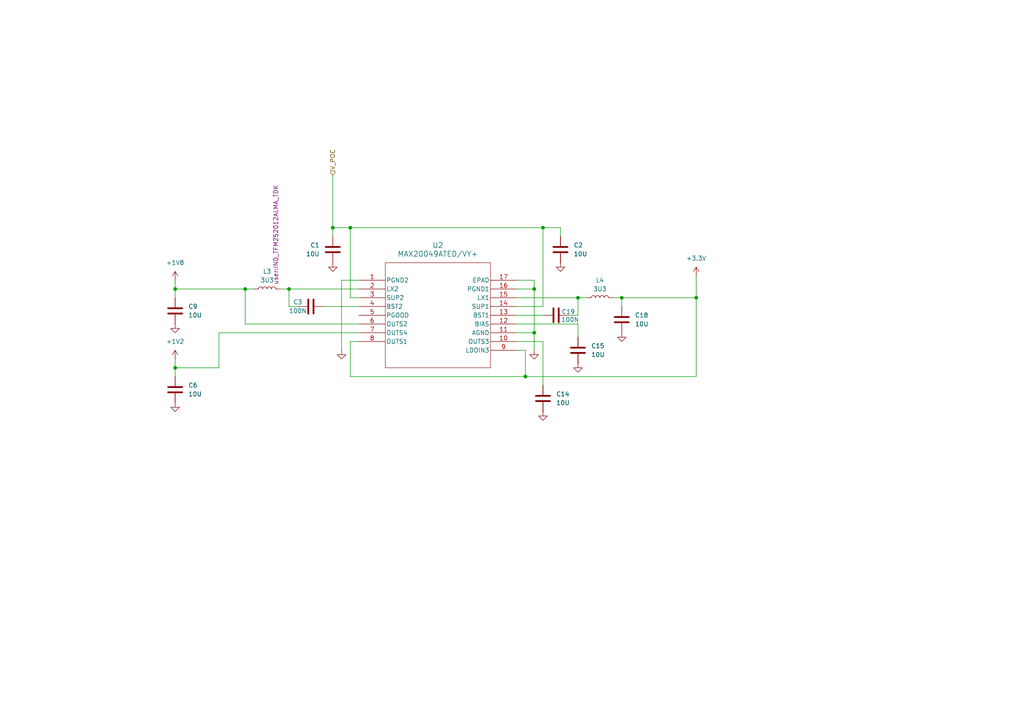
<source format=kicad_sch>
(kicad_sch (version 20231120) (generator "eeschema") (generator_version "8.0")
  (paper "A4")
  (lib_symbols
    (symbol "Device:C" (pin_numbers hide) (pin_names (offset 0.254))
      (property "Reference" "C" (at 0.635 2.54 0))
      (property "Value" "C" (at 0.635 -2.54 0))
      (symbol "C_0_1"
        (polyline (pts (xy -2.032 -0.762) (xy 2.032 -0.762)) (stroke (width 0.508)))
        (polyline (pts (xy -2.032 0.762) (xy 2.032 0.762)) (stroke (width 0.508)))
      )
      (symbol "C_1_1"
        (pin passive line (at 0 3.81 270) (length 2.794) (name "~") (number "1"))
        (pin passive line (at 0 -3.81 90) (length 2.794) (name "~") (number "2"))
      )
    )
    (symbol "power:+1V2" (power) (pin_numbers hide) (pin_names (offset 0) hide)
      (property "Value" "+1V2" (at 0 3.556 0))
      (symbol "+1V2_0_1"
        (polyline (pts (xy -0.762 1.27) (xy 0 2.54)))
        (polyline (pts (xy 0 0) (xy 0 2.54)))
        (polyline (pts (xy 0 2.54) (xy 0.762 1.27)))
      )
      (symbol "+1V2_1_1"
        (pin power_in line (at 0 0 90) (length 0) (name "~") (number "1"))
      )
    )
    (symbol "power:+1V8" (power) (pin_numbers hide) (pin_names (offset 0) hide)
      (property "Value" "+1V8" (at 0 3.556 0))
      (symbol "+1V8_0_1"
        (polyline (pts (xy -0.762 1.27) (xy 0 2.54)))
        (polyline (pts (xy 0 0) (xy 0 2.54)))
        (polyline (pts (xy 0 2.54) (xy 0.762 1.27)))
      )
      (symbol "+1V8_1_1"
        (pin power_in line (at 0 0 90) (length 0) (name "~") (number "1"))
      )
    )
    (symbol "power:+3.3V" (power) (pin_numbers hide) (pin_names (offset 0) hide)
      (property "Value" "+3.3V" (at 0 3.556 0))
      (symbol "+3.3V_0_1"
        (polyline (pts (xy -0.762 1.27) (xy 0 2.54)))
        (polyline (pts (xy 0 0) (xy 0 2.54)))
        (polyline (pts (xy 0 2.54) (xy 0.762 1.27)))
      )
      (symbol "+3.3V_1_1"
        (pin power_in line (at 0 0 90) (length 0) (name "~") (number "1"))
      )
    )
    (symbol "power:GND" (power) (pin_numbers hide) (pin_names (offset 0) hide)
      (property "Value" "GND" (at 0 -3.81 0))
      (symbol "GND_0_1"
        (polyline (pts (xy 0 0) (xy 0 -1.27) (xy 1.27 -1.27) (xy 0 -2.54) (xy -1.27 -1.27) (xy 0 -1.27)))
      )
      (symbol "GND_1_1"
        (pin power_in line (at 0 0 270) (length 0) (name "~") (number "1"))
      )
    )
    (symbol "user:MAX20049ATED_VY+" (pin_names (offset 0.254))
      (property "Reference" "U" (at 22.86 10.16 0))
      (property "Value" "MAX20049ATED/VY+" (at 22.86 7.62 0))
      (symbol "MAX20049ATED_VY+_0_1"
        (polyline (pts (xy 7.62 -25.4) (xy 38.1 -25.4)) (stroke (width 0.127)))
        (polyline (pts (xy 7.62 5.08) (xy 7.62 -25.4)) (stroke (width 0.127)))
        (polyline (pts (xy 38.1 -25.4) (xy 38.1 5.08)) (stroke (width 0.127)))
        (polyline (pts (xy 38.1 5.08) (xy 7.62 5.08)) (stroke (width 0.127)))
        (pin power_in line (at 0 0 0) (length 7.62) (name "PGND2") (number "1"))
        (pin output line (at 45.72 -17.78 180) (length 7.62) (name "OUTS3") (number "10"))
        (pin power_in line (at 45.72 -15.24 180) (length 7.62) (name "AGND") (number "11"))
        (pin output line (at 45.72 -12.7 180) (length 7.62) (name "BIAS") (number "12"))
        (pin unspecified line (at 45.72 -10.16 180) (length 7.62) (name "BST1") (number "13"))
        (pin input line (at 45.72 -7.62 180) (length 7.62) (name "SUP1") (number "14"))
        (pin unspecified line (at 45.72 -5.08 180) (length 7.62) (name "LX1") (number "15"))
        (pin power_in line (at 45.72 -2.54 180) (length 7.62) (name "PGND1") (number "16"))
        (pin unspecified line (at 45.72 0 180) (length 7.62) (name "EPAD") (number "17"))
        (pin unspecified line (at 0 -2.54 0) (length 7.62) (name "LX2") (number "2"))
        (pin input line (at 0 -5.08 0) (length 7.62) (name "SUP2") (number "3"))
        (pin unspecified line (at 0 -7.62 0) (length 7.62) (name "BST2") (number "4"))
        (pin unspecified line (at 0 -10.16 0) (length 7.62) (name "PGOOD") (number "5"))
        (pin output line (at 0 -12.7 0) (length 7.62) (name "OUTS2") (number "6"))
        (pin output line (at 0 -15.24 0) (length 7.62) (name "OUTS4") (number "7"))
        (pin output line (at 0 -17.78 0) (length 7.62) (name "OUTS1") (number "8"))
        (pin input line (at 45.72 -20.32 180) (length 7.62) (name "LDOIN3") (number "9"))
      )
    )
    (symbol "user:TFM252012ALMA3R3MTAA" (pin_numbers hide) (pin_names (offset 1.016) hide)
      (property "Reference" "L" (at -1.27 0 90))
      (property "Value" "3U3" (at 1.905 0 90))
      (property "Footprint" "user:IND_TFM252012ALMA_TDK" (at 0 0 0))
      (symbol "TFM252012ALMA3R3MTAA_0_1"
        (arc (start 0 -2.54) (mid 0.6323 -1.905) (end 0 -1.27))
        (arc (start 0 -1.27) (mid 0.6323 -0.635) (end 0 0))
        (arc (start 0 0) (mid 0.6323 0.635) (end 0 1.27))
        (arc (start 0 1.27) (mid 0.6323 1.905) (end 0 2.54))
      )
      (symbol "TFM252012ALMA3R3MTAA_1_1"
        (pin passive line (at 0 3.81 270) (length 1.27) (name "1") (number "1"))
        (pin passive line (at 0 -3.81 90) (length 1.27) (name "2") (number "2"))
      )
    )
  )
  (junction (at 201.93 86.36))
  (junction (at 96.52 66.04))
  (junction (at 167.64 86.36))
  (junction (at 50.8 106.68))
  (junction (at 50.8 83.82))
  (junction (at 152.4 109.22))
  (junction (at 71.12 83.82))
  (junction (at 157.48 66.04))
  (junction (at 154.94 83.82))
  (junction (at 83.82 83.82))
  (junction (at 101.6 66.04))
  (junction (at 154.94 96.52))
  (junction (at 180.34 86.36))
  (wire (pts (xy 83.82 83.82) (xy 83.82 88.9)))
  (wire (pts (xy 50.8 83.82) (xy 71.12 83.82)))
  (wire (pts (xy 96.52 66.04) (xy 101.6 66.04)))
  (wire (pts (xy 101.6 86.36) (xy 104.14 86.36)))
  (wire (pts (xy 154.94 81.28) (xy 154.94 83.82)))
  (wire (pts (xy 63.5 106.68) (xy 50.8 106.68)))
  (wire (pts (xy 167.64 86.36) (xy 149.86 86.36)))
  (wire (pts (xy 177.8 86.36) (xy 180.34 86.36)))
  (wire (pts (xy 71.12 93.98) (xy 104.14 93.98)))
  (wire (pts (xy 63.5 106.68) (xy 63.5 96.52)))
  (wire (pts (xy 152.4 101.6) (xy 152.4 109.22)))
  (wire (pts (xy 50.8 104.14) (xy 50.8 106.68)))
  (wire (pts (xy 157.48 99.06) (xy 149.86 99.06)))
  (wire (pts (xy 162.56 68.58) (xy 162.56 66.04)))
  (wire (pts (xy 50.8 83.82) (xy 50.8 86.36)))
  (wire (pts (xy 83.82 83.82) (xy 104.14 83.82)))
  (wire (pts (xy 63.5 96.52) (xy 104.14 96.52)))
  (wire (pts (xy 152.4 109.22) (xy 201.93 109.22)))
  (wire (pts (xy 73.66 83.82) (xy 71.12 83.82)))
  (wire (pts (xy 154.94 83.82) (xy 154.94 96.52)))
  (wire (pts (xy 157.48 66.04) (xy 162.56 66.04)))
  (wire (pts (xy 96.52 50.8) (xy 96.52 66.04)))
  (wire (pts (xy 201.93 80.01) (xy 201.93 86.36)))
  (wire (pts (xy 149.86 101.6) (xy 152.4 101.6)))
  (wire (pts (xy 154.94 96.52) (xy 154.94 101.6)))
  (wire (pts (xy 101.6 66.04) (xy 157.48 66.04)))
  (wire (pts (xy 149.86 96.52) (xy 154.94 96.52)))
  (wire (pts (xy 149.86 91.44) (xy 157.48 91.44)))
  (wire (pts (xy 201.93 86.36) (xy 201.93 109.22)))
  (wire (pts (xy 157.48 66.04) (xy 157.48 88.9)))
  (wire (pts (xy 149.86 88.9) (xy 157.48 88.9)))
  (wire (pts (xy 93.98 88.9) (xy 104.14 88.9)))
  (wire (pts (xy 104.14 99.06) (xy 101.6 99.06)))
  (wire (pts (xy 101.6 66.04) (xy 101.6 86.36)))
  (wire (pts (xy 99.06 81.28) (xy 99.06 101.6)))
  (wire (pts (xy 149.86 93.98) (xy 167.64 93.98)))
  (wire (pts (xy 71.12 83.82) (xy 71.12 93.98)))
  (wire (pts (xy 167.64 86.36) (xy 170.18 86.36)))
  (wire (pts (xy 180.34 86.36) (xy 180.34 88.9)))
  (wire (pts (xy 101.6 109.22) (xy 152.4 109.22)))
  (wire (pts (xy 50.8 106.68) (xy 50.8 109.22)))
  (wire (pts (xy 81.28 83.82) (xy 83.82 83.82)))
  (wire (pts (xy 50.8 81.28) (xy 50.8 83.82)))
  (wire (pts (xy 149.86 81.28) (xy 154.94 81.28)))
  (wire (pts (xy 104.14 81.28) (xy 99.06 81.28)))
  (wire (pts (xy 149.86 83.82) (xy 154.94 83.82)))
  (wire (pts (xy 165.1 91.44) (xy 167.64 91.44)))
  (wire (pts (xy 167.64 91.44) (xy 167.64 86.36)))
  (wire (pts (xy 101.6 99.06) (xy 101.6 109.22)))
  (wire (pts (xy 157.48 111.76) (xy 157.48 99.06)))
  (wire (pts (xy 83.82 88.9) (xy 86.36 88.9)))
  (wire (pts (xy 96.52 66.04) (xy 96.52 68.58)))
  (wire (pts (xy 167.64 93.98) (xy 167.64 97.79)))
  (wire (pts (xy 180.34 86.36) (xy 201.93 86.36)))
  (hierarchical_label "V_POC" (shape input) (at 96.52 50.8 90))
  (symbol (lib_id "power:+1V8") (at 50.8 81.28 0) (unit 1)
    (property "Reference" "#PWR025" (effects (hide yes)))
    (property "Value" "+1V8" (at 50.8 76.2 0))
    (property "Description" "Power symbol creates a global label with name \"+1V8\"" (effects (hide yes)))
  )
  (symbol (lib_id "user:TFM252012ALMA3R3MTAA") (at 173.99 86.36 90) (unit 1)
    (property "Reference" "L4" (at 173.99 81.28 90))
    (property "Value" "3U3" (at 173.99 83.82 90))
    (property "Footprint" "user:IND_TFM252012ALMA_TDK" (effects (hide yes)))
    (property "Description" "Inductor" (effects (hide yes)))
  )
  (symbol (lib_id "user:TFM252012ALMA3R3MTAA") (at 77.47 83.82 90) (unit 1)
    (property "Reference" "L3" (at 77.47 78.74 90))
    (property "Value" "3U3" (at 77.47 81.28 90))
    (property "Footprint" "user:IND_TFM252012ALMA_TDK" (at 80.0099 82.55 0) (effects (justify left)))
    (property "Description" "Inductor" (effects (hide yes)))
  )
  (symbol (lib_id "power:GND") (at 154.94 101.6 0) (unit 1)
    (property "Reference" "#PWR037" (effects (hide yes)))
    (property "Value" "GND" (effects (hide yes)))
    (property "Description" "Power symbol creates a global label with name \"GND\" , ground" (effects (hide yes)))
  )
  (symbol (lib_id "power:GND") (at 96.52 76.2 0) (unit 1)
    (property "Reference" "#PWR07" (effects (hide yes)))
    (property "Value" "GND" (effects (hide yes)))
    (property "Description" "Power symbol creates a global label with name \"GND\" , ground" (effects (hide yes)))
  )
  (symbol (lib_id "Device:C") (at 162.56 72.39 0) (unit 1)
    (property "Reference" "C2" (at 166.37 71.1199 0) (effects (justify left)))
    (property "Value" "10U" (at 166.37 73.6599 0) (effects (justify left)))
    (property "Footprint" "Capacitor_SMD:C_0603_1608Metric" (effects (hide yes)))
    (property "Description" "Unpolarized capacitor" (effects (hide yes)))
  )
  (symbol (lib_id "power:GND") (at 157.48 119.38 0) (unit 1)
    (property "Reference" "#PWR040" (effects (hide yes)))
    (property "Value" "GND" (effects (hide yes)))
    (property "Description" "Power symbol creates a global label with name \"GND\" , ground" (effects (hide yes)))
  )
  (symbol (lib_id "power:GND") (at 50.8 116.84 0) (unit 1)
    (property "Reference" "#PWR016" (effects (hide yes)))
    (property "Value" "GND" (effects (hide yes)))
    (property "Description" "Power symbol creates a global label with name \"GND\" , ground" (effects (hide yes)))
  )
  (symbol (lib_id "power:GND") (at 180.34 96.52 0) (unit 1)
    (property "Reference" "#PWR042" (effects (hide yes)))
    (property "Value" "GND" (effects (hide yes)))
    (property "Description" "Power symbol creates a global label with name \"GND\" , ground" (effects (hide yes)))
  )
  (symbol (lib_id "user:MAX20049ATED_VY+") (at 104.14 81.28 0) (unit 1)
    (property "Reference" "U2" (at 127 71.12 0) (effects (font (size 1.524 1.524))))
    (property "Value" "MAX20049ATED/VY+" (at 127 73.66 0) (effects (font (size 1.524 1.524))))
    (property "Footprint" "user:21-100150D_T1633Y&plus_5C_MXM" (effects (hide yes)))
    (property "Datasheet" "MAX20049ATED/VY+" (effects (hide yes)))
  )
  (symbol (lib_id "Device:C") (at 167.64 101.6 0) (unit 1)
    (property "Reference" "C15" (at 171.45 100.3299 0) (effects (justify left)))
    (property "Value" "10U" (at 171.45 102.8699 0) (effects (justify left)))
    (property "Footprint" "Capacitor_SMD:C_0603_1608Metric" (effects (hide yes)))
    (property "Description" "Unpolarized capacitor" (effects (hide yes)))
  )
  (symbol (lib_id "Device:C") (at 157.48 115.57 0) (unit 1)
    (property "Reference" "C14" (at 161.29 114.2999 0) (effects (justify left)))
    (property "Value" "10U" (at 161.29 116.8399 0) (effects (justify left)))
    (property "Footprint" "Capacitor_SMD:C_0603_1608Metric" (effects (hide yes)))
    (property "Description" "Unpolarized capacitor" (effects (hide yes)))
  )
  (symbol (lib_id "power:+1V2") (at 50.8 104.14 0) (unit 1)
    (property "Reference" "#PWR041" (effects (hide yes)))
    (property "Value" "+1V2" (at 50.8 99.06 0))
    (property "Description" "Power symbol creates a global label with name \"+1V2\"" (effects (hide yes)))
  )
  (symbol (lib_id "Device:C") (at 50.8 90.17 0) (unit 1)
    (property "Reference" "C9" (at 54.61 88.8999 0) (effects (justify left)))
    (property "Value" "10U" (at 54.61 91.4399 0) (effects (justify left)))
    (property "Footprint" "Capacitor_SMD:C_0603_1608Metric" (effects (hide yes)))
    (property "Description" "Unpolarized capacitor" (effects (hide yes)))
  )
  (symbol (lib_id "Device:C") (at 50.8 113.03 0) (unit 1)
    (property "Reference" "C6" (at 54.61 111.7599 0) (effects (justify left)))
    (property "Value" "10U" (at 54.61 114.2999 0) (effects (justify left)))
    (property "Footprint" "Capacitor_SMD:C_0603_1608Metric" (effects (hide yes)))
    (property "Description" "Unpolarized capacitor" (effects (hide yes)))
  )
  (symbol (lib_id "power:GND") (at 50.8 93.98 0) (unit 1)
    (property "Reference" "#PWR039" (effects (hide yes)))
    (property "Value" "GND" (effects (hide yes)))
    (property "Description" "Power symbol creates a global label with name \"GND\" , ground" (effects (hide yes)))
  )
  (symbol (lib_id "power:+3.3V") (at 201.93 80.01 0) (unit 1)
    (property "Reference" "#PWR019" (effects (hide yes)))
    (property "Value" "+3.3V" (at 201.93 74.93 0))
    (property "Description" "Power symbol creates a global label with name \"+3.3V\"" (effects (hide yes)))
  )
  (symbol (lib_id "Device:C") (at 161.29 91.44 90) (mirror x) (unit 1)
    (property "Reference" "C19" (at 164.846 90.424 90))
    (property "Value" "100N" (at 165.354 92.71 90))
    (property "Footprint" "Capacitor_SMD:C_0402_1005Metric" (effects (hide yes)))
    (property "Description" "Unpolarized capacitor" (effects (hide yes)))
  )
  (symbol (lib_id "Device:C") (at 90.17 88.9 90) (mirror x) (unit 1)
    (property "Reference" "C3" (at 86.36 87.63 90))
    (property "Value" "100N" (at 86.36 90.17 90))
    (property "Footprint" "Capacitor_SMD:C_0402_1005Metric" (effects (hide yes)))
    (property "Description" "Unpolarized capacitor" (effects (hide yes)))
  )
  (symbol (lib_id "power:GND") (at 99.06 101.6 0) (unit 1)
    (property "Reference" "#PWR09" (effects (hide yes)))
    (property "Value" "GND" (effects (hide yes)))
    (property "Description" "Power symbol creates a global label with name \"GND\" , ground" (effects (hide yes)))
  )
  (symbol (lib_id "Device:C") (at 96.52 72.39 0) (mirror y) (unit 1)
    (property "Reference" "C1" (at 92.71 71.1199 0) (effects (justify left)))
    (property "Value" "10U" (at 92.71 73.6599 0) (effects (justify left)))
    (property "Footprint" "Capacitor_SMD:C_0603_1608Metric" (effects (hide yes)))
    (property "Description" "Unpolarized capacitor" (effects (hide yes)))
  )
  (symbol (lib_id "power:GND") (at 167.64 105.41 0) (unit 1)
    (property "Reference" "#PWR038" (effects (hide yes)))
    (property "Value" "GND" (effects (hide yes)))
    (property "Description" "Power symbol creates a global label with name \"GND\" , ground" (effects (hide yes)))
  )
  (symbol (lib_id "power:GND") (at 162.56 76.2 0) (unit 1)
    (property "Reference" "#PWR08" (effects (hide yes)))
    (property "Value" "GND" (effects (hide yes)))
    (property "Description" "Power symbol creates a global label with name \"GND\" , ground" (effects (hide yes)))
  )
  (symbol (lib_id "Device:C") (at 180.34 92.71 0) (unit 1)
    (property "Reference" "C18" (at 184.15 91.4399 0) (effects (justify left)))
    (property "Value" "10U" (at 184.15 93.9799 0) (effects (justify left)))
    (property "Footprint" "Capacitor_SMD:C_0603_1608Metric" (effects (hide yes)))
    (property "Description" "Unpolarized capacitor" (effects (hide yes)))
  )
)
</source>
